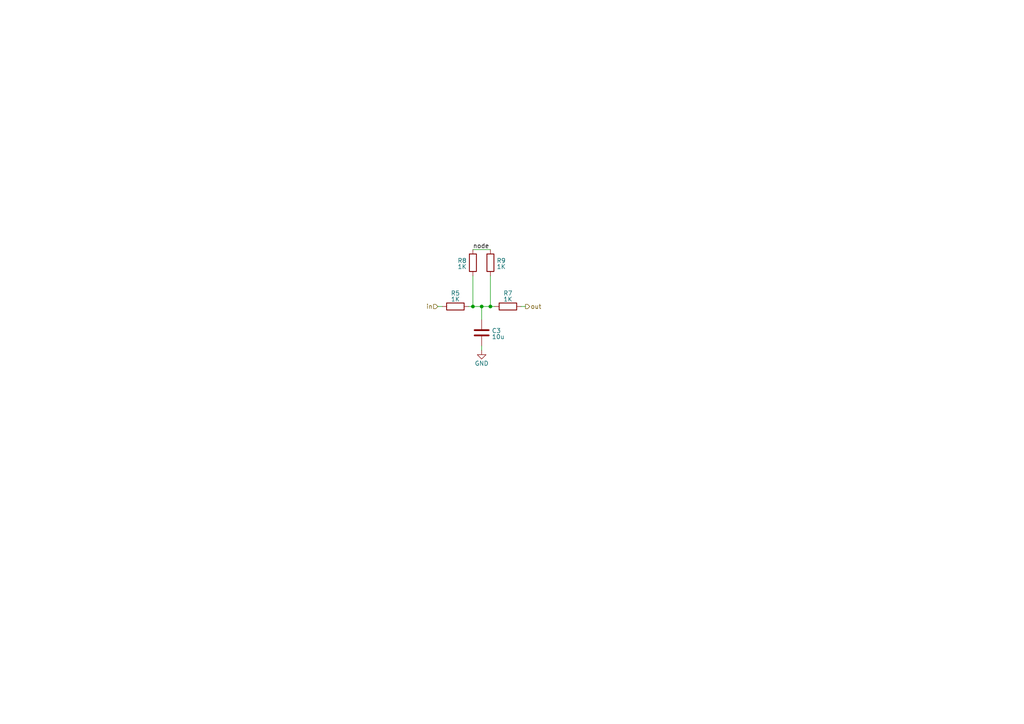
<source format=kicad_sch>
(kicad_sch (version 20241209) (generator "eeschema") (generator_version "9.0")
  (paper "A4")
  (lib_symbols
    (symbol "Device:C" (pin_numbers (hide yes)) (pin_names (offset 0.254))
      (property "Reference" "C" (at 0.635 2.54 0))
      (property "Value" "C" (at 0.635 -2.54 0))
      (symbol "C_0_1"
        (polyline (pts (xy -2.032 0.762) (xy 2.032 0.762)) (stroke (width 0.508)))
        (polyline (pts (xy -2.032 -0.762) (xy 2.032 -0.762)) (stroke (width 0.508)))
      )
      (symbol "C_1_1"
        (pin passive line (at 0 3.81 270) (length 2.794) (name "~") (number "1"))
        (pin passive line (at 0 -3.81 90) (length 2.794) (name "~") (number "2"))
      )
    )
    (symbol "Device:R" (pin_numbers (hide yes)) (pin_names (offset 0))
      (property "Reference" "R" (at 2.032 0 90))
      (property "Value" "R" (at 0 0 90))
      (symbol "R_0_1"
        (rectangle (start -1.016 -2.54) (end 1.016 2.54) (stroke (width 0.254)))
      )
      (symbol "R_1_1"
        (pin passive line (at 0 3.81 270) (length 1.27) (name "~") (number "1"))
        (pin passive line (at 0 -3.81 90) (length 1.27) (name "~") (number "2"))
      )
    )
    (symbol "power:GND" (power) (pin_numbers (hide yes)) (pin_names (offset 0) (hide yes))
      (property "Value" "GND" (at 0 -3.81 0))
      (symbol "GND_0_1"
        (polyline (pts (xy 0 0) (xy 0 -1.27) (xy 1.27 -1.27) (xy 0 -2.54) (xy -1.27 -1.27) (xy 0 -1.27)))
      )
      (symbol "GND_1_1"
        (pin power_in line (at 0 0 270) (length 0) (name "~") (number "1"))
      )
    )
  )
  (junction (at 142.24 88.9))
  (junction (at 139.7 88.9))
  (junction (at 137.16 88.9))
  (wire (pts (xy 151.13 88.9) (xy 152.4 88.9)))
  (wire (pts (xy 142.24 80.01) (xy 142.24 88.9)))
  (wire (pts (xy 135.89 88.9) (xy 137.16 88.9)))
  (wire (pts (xy 139.7 101.6) (xy 139.7 100.33)))
  (wire (pts (xy 127 88.9) (xy 128.27 88.9)))
  (wire (pts (xy 137.16 72.39) (xy 142.24 72.39)))
  (wire (pts (xy 143.51 88.9) (xy 142.24 88.9)))
  (wire (pts (xy 139.7 92.71) (xy 139.7 88.9)))
  (wire (pts (xy 142.24 88.9) (xy 139.7 88.9)))
  (wire (pts (xy 137.16 80.01) (xy 137.16 88.9)))
  (wire (pts (xy 137.16 88.9) (xy 139.7 88.9)))
  (label "node" (at 137.16 72.39 0))
  (hierarchical_label "in" (shape input) (at 127 88.9 180))
  (hierarchical_label "out" (shape output) (at 152.4 88.9 0))
  (symbol (lib_id "Device:R") (at 132.08 88.9 90) (unit 1)
    (property "Reference" "R5" (at 132.08 85.0519 90))
    (property "Value" "1K" (at 132.08 86.8141 90))
  )
  (symbol (lib_id "Device:R") (at 142.24 76.2 180) (unit 1)
    (property "Reference" "R9" (at 144.018 75.6055 0) (effects (justify right)))
    (property "Value" "1K" (at 144.018 77.3677 0) (effects (justify right)))
  )
  (symbol (lib_id "power:GND") (at 139.7 101.6 0) (unit 1)
    (property "Reference" "#PWR06" (effects (hide yes)))
    (property "Value" "GND" (at 139.7 105.41 0))
    (property "Description" "Power symbol creates a global label with name \"GND\" , ground" (effects (hide yes)))
  )
  (symbol (lib_id "Device:C") (at 139.7 96.52 0) (unit 1)
    (property "Reference" "C3" (at 142.621 95.9255 0) (effects (justify left)))
    (property "Value" "10u" (at 142.621 97.6877 0) (effects (justify left)))
  )
  (symbol (lib_id "Device:R") (at 137.16 76.2 180) (unit 1)
    (property "Reference" "R8" (at 135.3821 75.6055 0) (effects (justify left)))
    (property "Value" "1K" (at 135.3821 77.3677 0) (effects (justify left)))
  )
  (symbol (lib_id "Device:R") (at 147.32 88.9 90) (unit 1)
    (property "Reference" "R7" (at 147.32 85.0519 90))
    (property "Value" "1K" (at 147.32 86.8141 90))
  )
)
</source>
